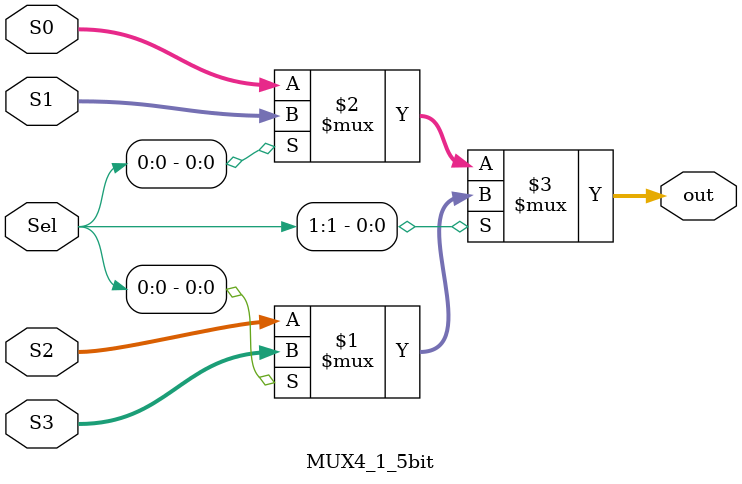
<source format=v>
module MUX4_1_5bit(Sel,S0,S1,S2,S3,out);
input [1:0] Sel;
input [4:0] S0,S1,S2,S3;
output [4:0]out;
assign out = (Sel[1]?(Sel[0]?S3:S2) : (Sel[0]?S1:S0));
endmodule
</source>
